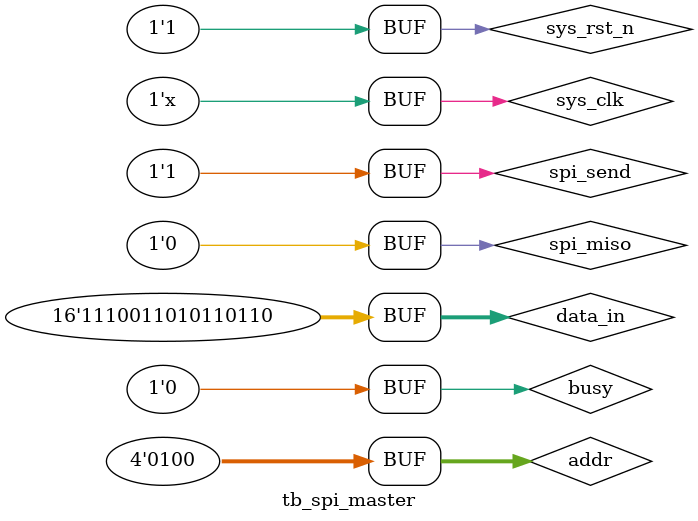
<source format=v>
`timescale 1ns/1ps
module tb_spi_master;

//inputs
  reg sys_clk;
  reg sys_rst_n;

  reg busy;
  reg [3:0] addr;
  reg [15:0]data_in;

  reg spi_miso;
  reg spi_send;

//outputs
  wire spi_cs;
  wire spi_sck;
  wire spi_mosi;
  wire [23:0] data_out;
  wire send_done;

//时钟激励
initial sys_clk=0;
always #10 sys_clk=~sys_clk;

//复位激励
initial begin 
    sys_rst_n=1;
    #20;
    sys_rst_n=0;
    #20;
    sys_rst_n=1;
end

//miso激励
initial spi_miso=0;

//busy激励
initial busy=0;//让数据只传输一次,传完数据send_done=1

//输入数据
initial begin
    addr = 4'b0100;
    data_in = 16'b1110_0110_1011_0110;
end

//spi_send激励
initial begin
    spi_send = 0;
    #40;
    spi_send = 1;
end


//例化
spi_master uut(
    .sys_clk(sys_clk),
    .sys_rst_n(sys_rst_n),
    
    .busy(busy),
    .addr(addr),
    .data_in(data_in),

    .spi_miso(spi_miso),
    .spi_send(spi_send),


    .spi_cs(spi_cs),
    .spi_sck(spi_sck),
    .spi_mosi(spi_mosi),
    .data_out(data_out),
    .send_done(send_done)

);

endmodule
</source>
